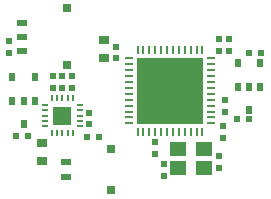
<source format=gbp>
%FSTAX43Y43*%
%MOMM*%
%SFA1B1*%

%IPPOS*%
%ADD10R,0.599999X0.499999*%
%ADD11R,0.499999X0.599999*%
%ADD12O,0.200000X0.649999*%
%ADD13O,0.649999X0.200000*%
%ADD29R,0.899998X0.699999*%
%ADD48R,0.799998X0.699999*%
%ADD49R,0.849998X0.599999*%
%ADD50R,1.399997X1.149998*%
%ADD51R,1.549997X1.549997*%
%ADD52O,0.250000X0.699999*%
%ADD53O,0.699999X0.250000*%
%ADD54R,5.599989X5.599989*%
%ADD55R,0.599999X0.699999*%
%LNzooidpcb-1*%
%LPD*%
G54D10*
X0008799Y-0003279D03*
X0009799D03*
X-0002949Y-0004809D03*
X-0003949D03*
X-0008929Y-0004659D03*
X-0009929D03*
X0009799Y0002379D03*
X0010799D03*
G54D11*
X-0006029Y-0000599D03*
Y0000399D03*
X-0006829Y-0000599D03*
Y0000399D03*
X-0005229Y-0000599D03*
Y0000399D03*
X0007769Y-0002649D03*
Y-0001649D03*
X0008089Y0002489D03*
Y0003489D03*
X-0010499Y0002379D03*
Y0003379D03*
X0007279Y0002489D03*
Y0003489D03*
X0002559Y-0008049D03*
Y-0007049D03*
X0007249Y-0006359D03*
Y-0007359D03*
X-0001484Y0002874D03*
Y0001874D03*
X0007609Y-0004839D03*
Y-0003839D03*
X-0003799Y-0002699D03*
Y-0003699D03*
X0001829Y-0006209D03*
Y-0005209D03*
G54D12*
X-0006929Y-0001494D03*
X-0006479D03*
X-0006029D03*
X-0005579D03*
X-0005129D03*
Y-0004444D03*
X-0005579D03*
X-0006029D03*
X-0006479D03*
X-0006929D03*
G54D13*
X-0004554Y-0002069D03*
Y-0002519D03*
Y-0002969D03*
Y-0003419D03*
Y-0003869D03*
X-0007504D03*
Y-0003419D03*
Y-0002969D03*
Y-0002519D03*
Y-0002069D03*
G54D29*
X-0002489Y0003419D03*
Y0001919D03*
X-0007719Y-0005299D03*
Y-0006799D03*
G54D48*
X-0005609Y0006119D03*
Y0001319D03*
X-0001912Y-0009269D03*
Y-0005769D03*
G54D49*
X-0009397Y0004919D03*
Y0003719D03*
Y0002519D03*
X-0005687Y-0006919D03*
Y-0008119D03*
G54D50*
X0005959Y-0007359D03*
X0003759D03*
Y-0005759D03*
X0005959D03*
G54D51*
X-0006029Y-0002969D03*
G54D52*
X0005849Y-0004319D03*
X0005349D03*
X0004849D03*
X0004349D03*
X0003849D03*
X0003349D03*
X0002849D03*
X0002349D03*
X0001849D03*
X0001349D03*
X0000849D03*
X0000349D03*
Y0002579D03*
X0000849D03*
X0001349D03*
X0001849D03*
X0002349D03*
X0002849D03*
X0003349D03*
X0003849D03*
X0004349D03*
X0004849D03*
X0005349D03*
X0005849D03*
G54D53*
X-0000349Y-0003619D03*
Y-0003119D03*
Y-0002619D03*
Y-0002119D03*
Y-0001619D03*
Y-0001119D03*
Y-0000619D03*
Y-0000119D03*
Y0000379D03*
Y0000879D03*
Y0001379D03*
Y0001879D03*
X0006549D03*
Y0001379D03*
Y0000879D03*
Y0000379D03*
Y-0000119D03*
Y-0000619D03*
Y-0001119D03*
Y-0001619D03*
Y-0002119D03*
Y-0002619D03*
Y-0003119D03*
Y-0003619D03*
G54D54*
X0003099Y-0000869D03*
G54D55*
X-0009299Y-0001699D03*
X-0008349Y0000299D03*
X-0010249D03*
X-0009299Y-0003689D03*
X-0008349Y-0001689D03*
X-0010249D03*
X0009799Y-0000519D03*
X0010749Y0001479D03*
X0008849D03*
X0009799Y-0002519D03*
X0010749Y-0000519D03*
X0008849D03*
M02*
</source>
